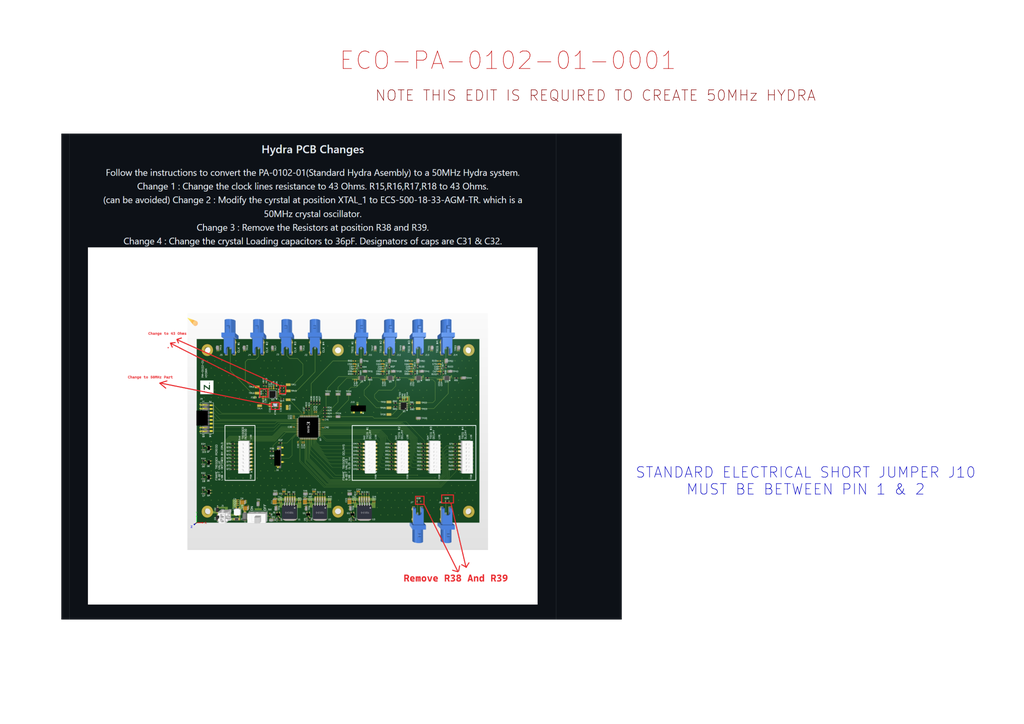
<source format=kicad_sch>
(kicad_sch (version 20231120) (generator "eeschema") (generator_version "8.0")
  (paper "A4")
  (lib_symbols)
  (image (at 99.06 109.22) (scale 0.638056))
  (text "STANDARD ELECTRICAL SHORT JUMPER J10\nMUST BE BETWEEN PIN 1 & 2\n" (at 233.68 139.7 0) (effects (font (size 3.048 3.048))))
  (text "NOTE THIS EDIT IS REQUIRED TO CREATE 50MHz HYDRA\n" (at 172.72 27.94 0) (effects (font (size 3.048 3.048))))
  (text "ECO-PA-0102-01-0001" (at 147.32 17.78 0) (effects (font (size 5.08 5.08))))
)
</source>
